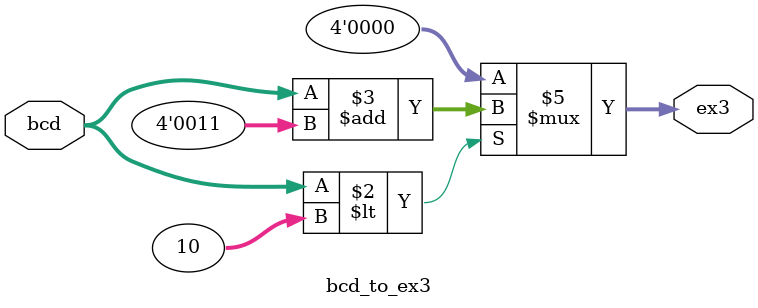
<source format=v>
`timescale 1ns / 1ps

module bcd_to_ex3(
    input [3:0] bcd,
    output reg [3:0] ex3
    );
    
    always @(*)
    begin
    if(bcd<10) begin 
        ex3=bcd + 4'b0011;
        end
    else begin 
        ex3=0;              //out of range
        end
    end
    
endmodule

</source>
